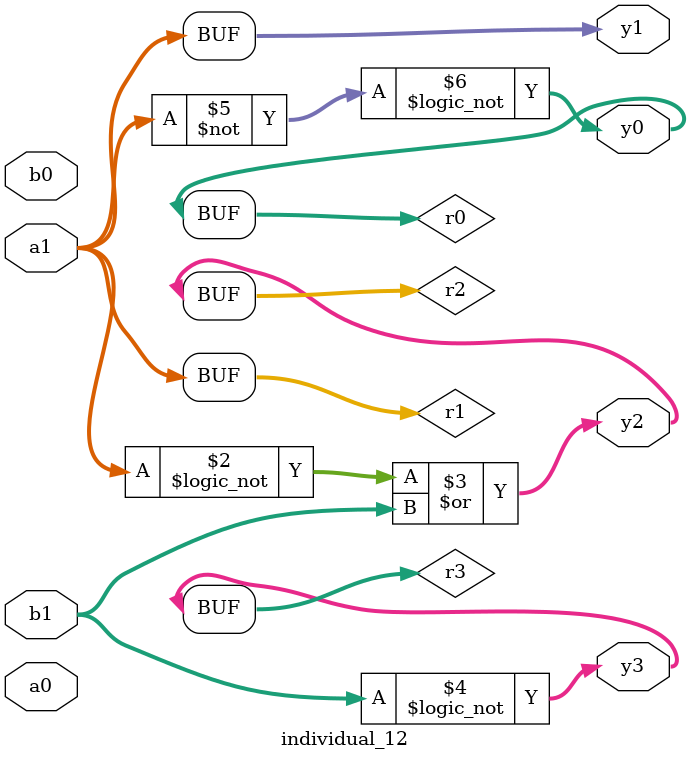
<source format=sv>
module individual_12(input logic [15:0] a1, input logic [15:0] a0, input logic [15:0] b1, input logic [15:0] b0, output logic [15:0] y3, output logic [15:0] y2, output logic [15:0] y1, output logic [15:0] y0);
logic [15:0] r0, r1, r2, r3; 
 always@(*) begin 
	 r0 = a0; r1 = a1; r2 = b0; r3 = b1; 
 	 r2 = ! a1 ;
 	 r2  |=  r3 ;
 	 r3 = ! r3 ;
 	 r0 = ~ a1 ;
 	 r0 = ! r0 ;
 	 y3 = r3; y2 = r2; y1 = r1; y0 = r0; 
end
endmodule
</source>
